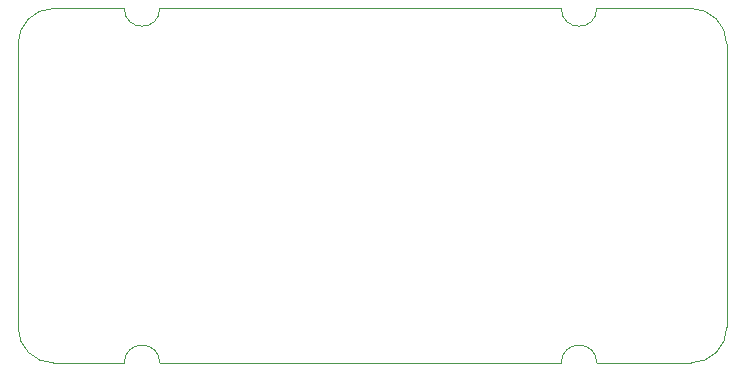
<source format=gm1>
G04 #@! TF.GenerationSoftware,KiCad,Pcbnew,7.0.11-7.0.11~ubuntu22.04.1*
G04 #@! TF.CreationDate,2024-12-11T14:00:36+07:00*
G04 #@! TF.ProjectId,seat_golden,73656174-5f67-46f6-9c64-656e2e6b6963,rev?*
G04 #@! TF.SameCoordinates,Original*
G04 #@! TF.FileFunction,Profile,NP*
%FSLAX46Y46*%
G04 Gerber Fmt 4.6, Leading zero omitted, Abs format (unit mm)*
G04 Created by KiCad (PCBNEW 7.0.11-7.0.11~ubuntu22.04.1) date 2024-12-11 14:00:36*
%MOMM*%
%LPD*%
G01*
G04 APERTURE LIST*
G04 #@! TA.AperFunction,Profile*
%ADD10C,0.050000*%
G04 #@! TD*
G04 APERTURE END LIST*
D10*
X12000000Y0D02*
X46000000Y0D01*
X9000000Y0D02*
G75*
G03*
X12000000Y0I1500000J0D01*
G01*
X0Y-27000000D02*
X0Y-3000000D01*
X3000000Y-30000000D02*
X9000000Y-30000000D01*
X49000000Y-30000000D02*
G75*
G03*
X46000000Y-30000000I-1500000J0D01*
G01*
X12000000Y-30000000D02*
G75*
G03*
X9000000Y-30000000I-1500000J0D01*
G01*
X3000000Y0D02*
X9000000Y0D01*
X57000000Y-30000000D02*
G75*
G03*
X60000000Y-27000000I0J3000000D01*
G01*
X12000000Y-30000000D02*
X46000000Y-30000000D01*
X46000000Y0D02*
G75*
G03*
X49000000Y0I1500000J0D01*
G01*
X60000000Y-3000000D02*
G75*
G03*
X57000000Y0I-3000000J0D01*
G01*
X60000000Y-27000000D02*
X60000000Y-3000000D01*
X49000000Y-30000000D02*
X57000000Y-30000000D01*
X49000000Y0D02*
X57000000Y0D01*
X3000000Y0D02*
G75*
G03*
X0Y-3000000I-2J-2999998D01*
G01*
X0Y-27000000D02*
G75*
G03*
X3000000Y-30000000I3000000J0D01*
G01*
M02*

</source>
